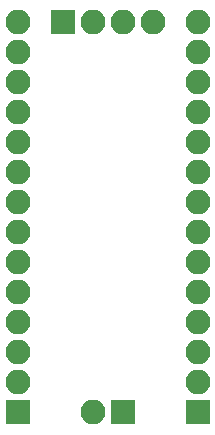
<source format=gbr>
G04 #@! TF.GenerationSoftware,KiCad,Pcbnew,5.0.0-rc3-6a2723a~65~ubuntu18.04.1*
G04 #@! TF.CreationDate,2018-07-16T03:01:28+02:00*
G04 #@! TF.ProjectId,securisam,73656375726973616D2E6B696361645F,rev?*
G04 #@! TF.SameCoordinates,Original*
G04 #@! TF.FileFunction,Soldermask,Bot*
G04 #@! TF.FilePolarity,Negative*
%FSLAX46Y46*%
G04 Gerber Fmt 4.6, Leading zero omitted, Abs format (unit mm)*
G04 Created by KiCad (PCBNEW 5.0.0-rc3-6a2723a~65~ubuntu18.04.1) date Mon Jul 16 03:01:28 2018*
%MOMM*%
%LPD*%
G01*
G04 APERTURE LIST*
%ADD10R,2.100000X2.100000*%
%ADD11O,2.100000X2.100000*%
G04 APERTURE END LIST*
D10*
G04 #@! TO.C,J4*
X110490000Y-127000000D03*
D11*
X107950000Y-127000000D03*
G04 #@! TD*
D10*
G04 #@! TO.C,J1*
X105410000Y-93980000D03*
D11*
X107950000Y-93980000D03*
X110490000Y-93980000D03*
X113030000Y-93980000D03*
G04 #@! TD*
G04 #@! TO.C,J3*
X116840000Y-93980000D03*
X116840000Y-96520000D03*
X116840000Y-99060000D03*
X116840000Y-101600000D03*
X116840000Y-104140000D03*
X116840000Y-106680000D03*
X116840000Y-109220000D03*
X116840000Y-111760000D03*
X116840000Y-114300000D03*
X116840000Y-116840000D03*
X116840000Y-119380000D03*
X116840000Y-121920000D03*
X116840000Y-124460000D03*
D10*
X116840000Y-127000000D03*
G04 #@! TD*
G04 #@! TO.C,J2*
X101600000Y-127000000D03*
D11*
X101600000Y-124460000D03*
X101600000Y-121920000D03*
X101600000Y-119380000D03*
X101600000Y-116840000D03*
X101600000Y-114300000D03*
X101600000Y-111760000D03*
X101600000Y-109220000D03*
X101600000Y-106680000D03*
X101600000Y-104140000D03*
X101600000Y-101600000D03*
X101600000Y-99060000D03*
X101600000Y-96520000D03*
X101600000Y-93980000D03*
G04 #@! TD*
M02*

</source>
